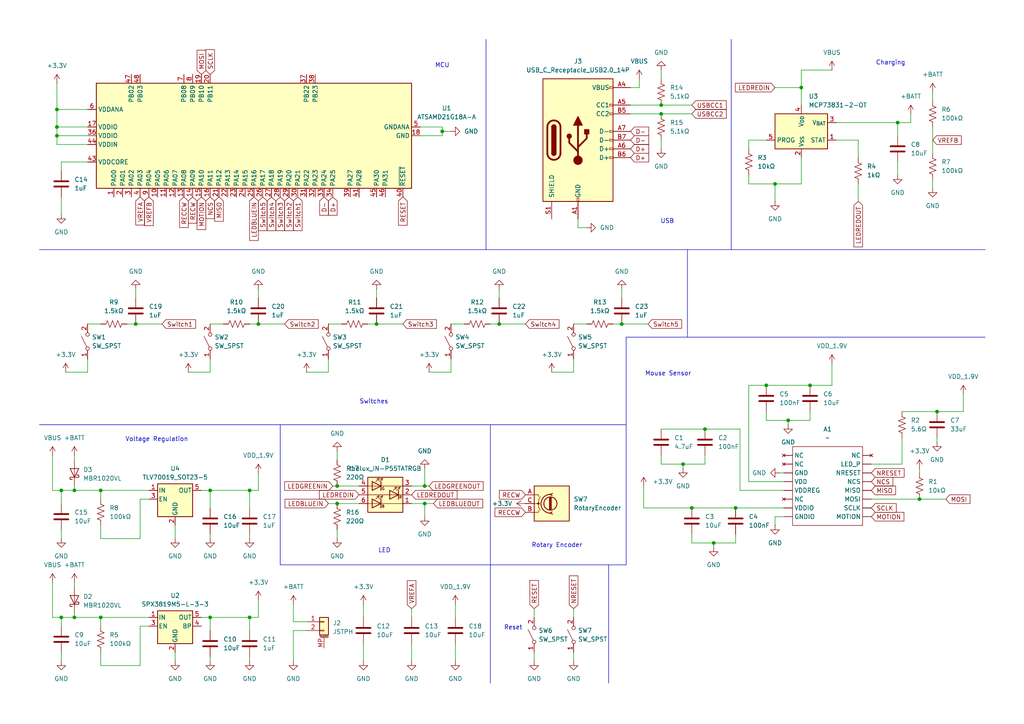
<source format=kicad_sch>
(kicad_sch (version 20250114) (generator "eeschema") (generator_version "9.0")
  (paper "A4")
  (title_block (title "beat") (rev "v1") (company "aerogull"))
  (text "Mouse Sensor" (at 193.802 108.458 0) (effects (font (size 1.27 1.27))))
  (text "LED" (at 111.506 159.766 0) (effects (font (size 1.27 1.27))))
  (text "Reset" (at 148.844 182.118 0) (effects (font (size 1.27 1.27))))
  (text "Voltage Regulation" (at 45.466 127.508 0) (effects (font (size 1.27 1.27))))
  (text "Charging" (at 258.318 18.288 0) (effects (font (size 1.27 1.27))))
  (text "Switches" (at 108.458 116.586 0) (effects (font (size 1.27 1.27))))
  (text "USB" (at 193.548 64.262 0) (effects (font (size 1.27 1.27))))
  (text "MCU" (at 128.27 19.05 0) (effects (font (size 1.27 1.27))))
  (text "Rotary Encoder" (at 161.544 158.242 0) (effects (font (size 1.27 1.27))))
  (junction (at 224.79 53.34))
  (junction (at 29.21 142.24))
  (junction (at 97.79 140.97))
  (junction (at 60.96 142.24))
  (junction (at 207.01 157.48))
  (junction (at 180.34 93.98))
  (junction (at 232.41 25.4))
  (junction (at 39.37 93.98))
  (junction (at 123.19 146.05))
  (junction (at 97.79 146.05))
  (junction (at 144.78 93.98))
  (junction (at 16.51 36.83))
  (junction (at 213.36 147.32))
  (junction (at 16.51 31.75))
  (junction (at 74.93 93.98))
  (junction (at 234.95 111.76))
  (junction (at 72.39 142.24))
  (junction (at 222.25 111.76))
  (junction (at 21.59 179.07))
  (junction (at 200.66 147.32))
  (junction (at 128.27 38.1))
  (junction (at 17.78 179.07))
  (junction (at 191.77 30.48))
  (junction (at 21.59 142.24))
  (junction (at 60.96 179.07))
  (junction (at 72.39 179.07))
  (junction (at 260.35 35.56))
  (junction (at 198.12 134.62))
  (junction (at 191.77 33.02))
  (junction (at 271.78 119.38))
  (junction (at 29.21 179.07))
  (junction (at 123.19 140.97))
  (junction (at 17.78 142.24))
  (junction (at 266.7 144.78))
  (junction (at 204.47 124.46))
  (junction (at 228.6 121.92))
  (junction (at 109.22 93.98))
  (junction (at 16.51 39.37))
  (wire (pts (xy 74.93 83.82) (xy 74.93 86.36)))
  (wire (pts (xy 241.3 105.41) (xy 241.3 111.76)))
  (wire (pts (xy 213.36 147.32) (xy 227.33 147.32)))
  (wire (pts (xy 72.39 154.94) (xy 72.39 156.21)))
  (wire (pts (xy 128.27 39.37) (xy 121.92 39.37)))
  (wire (pts (xy 60.96 104.14) (xy 60.96 107.95)))
  (wire (pts (xy 19.05 107.95) (xy 25.4 107.95)))
  (wire (pts (xy 142.24 93.98) (xy 144.78 93.98)))
  (wire (pts (xy 180.34 83.82) (xy 180.34 86.36)))
  (wire (pts (xy 191.77 124.46) (xy 204.47 124.46)))
  (wire (pts (xy 72.39 179.07) (xy 74.93 179.07)))
  (wire (pts (xy 29.21 142.24) (xy 29.21 144.78)))
  (wire (pts (xy 74.93 173.99) (xy 74.93 179.07)))
  (wire (pts (xy 40.64 181.61) (xy 43.18 181.61)))
  (wire (pts (xy 227.33 139.7) (xy 217.17 139.7)))
  (wire (pts (xy 200.66 147.32) (xy 213.36 147.32)))
  (wire (pts (xy 40.64 156.21) (xy 40.64 144.78)))
  (wire (pts (xy 95.25 104.14) (xy 95.25 107.95)))
  (wire (pts (xy 166.37 176.53) (xy 166.37 179.07)))
  (wire (pts (xy 123.19 140.97) (xy 124.46 140.97)))
  (wire (pts (xy 97.79 140.97) (xy 104.14 140.97)))
  (wire (pts (xy 60.96 179.07) (xy 60.96 182.88)))
  (wire (pts (xy 160.02 107.95) (xy 166.37 107.95)))
  (wire (pts (xy 182.88 33.02) (xy 191.77 33.02)))
  (wire (pts (xy 191.77 20.32) (xy 191.77 22.86)))
  (wire (pts (xy 21.59 179.07) (xy 29.21 179.07)))
  (wire (pts (xy 224.79 149.86) (xy 224.79 152.4)))
  (wire (pts (xy 200.66 157.48) (xy 207.01 157.48)))
  (polyline (pts (xy 212.09 11.43) (xy 212.09 72.39)))
  (wire (pts (xy 154.94 176.53) (xy 154.94 179.07)))
  (wire (pts (xy 74.93 93.98) (xy 82.55 93.98)))
  (wire (pts (xy 177.8 93.98) (xy 180.34 93.98)))
  (wire (pts (xy 21.59 140.97) (xy 21.59 142.24)))
  (wire (pts (xy 279.4 114.3) (xy 279.4 119.38)))
  (wire (pts (xy 72.39 142.24) (xy 74.93 142.24)))
  (wire (pts (xy 58.42 179.07) (xy 60.96 179.07)))
  (wire (pts (xy 95.25 146.05) (xy 97.79 146.05)))
  (wire (pts (xy 16.51 39.37) (xy 25.4 39.37)))
  (wire (pts (xy 271.78 119.38) (xy 279.4 119.38)))
  (wire (pts (xy 15.24 168.91) (xy 15.24 179.07)))
  (wire (pts (xy 60.96 142.24) (xy 72.39 142.24)))
  (polyline (pts (xy 140.97 11.43) (xy 140.97 72.39)))
  (wire (pts (xy 132.08 175.26) (xy 132.08 179.07)))
  (wire (pts (xy 224.79 25.4) (xy 232.41 25.4)))
  (wire (pts (xy 85.09 180.34) (xy 88.9 180.34)))
  (wire (pts (xy 166.37 104.14) (xy 166.37 107.95)))
  (wire (pts (xy 97.79 130.81) (xy 97.79 133.35)))
  (wire (pts (xy 17.78 189.23) (xy 17.78 191.77)))
  (wire (pts (xy 21.59 177.8) (xy 21.59 179.07)))
  (wire (pts (xy 232.41 20.32) (xy 241.3 20.32)))
  (wire (pts (xy 105.41 175.26) (xy 105.41 179.07)))
  (wire (pts (xy 271.78 127) (xy 271.78 128.27)))
  (wire (pts (xy 95.25 93.98) (xy 99.06 93.98)))
  (wire (pts (xy 29.21 142.24) (xy 43.18 142.24)))
  (wire (pts (xy 228.6 121.92) (xy 228.6 123.19)))
  (wire (pts (xy 224.79 53.34) (xy 224.79 58.42)))
  (wire (pts (xy 39.37 93.98) (xy 46.99 93.98)))
  (wire (pts (xy 36.83 93.98) (xy 39.37 93.98)))
  (wire (pts (xy 15.24 132.08) (xy 15.24 142.24)))
  (wire (pts (xy 58.42 142.24) (xy 60.96 142.24)))
  (wire (pts (xy 25.4 104.14) (xy 25.4 107.95)))
  (wire (pts (xy 248.92 53.34) (xy 248.92 58.42)))
  (wire (pts (xy 106.68 93.98) (xy 109.22 93.98)))
  (wire (pts (xy 232.41 25.4) (xy 232.41 20.32)))
  (wire (pts (xy 29.21 156.21) (xy 40.64 156.21)))
  (polyline (pts (xy 81.28 163.83) (xy 142.24 163.83)))
  (wire (pts (xy 167.64 63.5) (xy 167.64 66.04)))
  (wire (pts (xy 60.96 93.98) (xy 64.77 93.98)))
  (wire (pts (xy 17.78 179.07) (xy 17.78 181.61)))
  (wire (pts (xy 17.78 46.99) (xy 17.78 49.53)))
  (wire (pts (xy 21.59 142.24) (xy 29.21 142.24)))
  (wire (pts (xy 128.27 38.1) (xy 130.81 38.1)))
  (wire (pts (xy 16.51 24.13) (xy 16.51 31.75)))
  (wire (pts (xy 17.78 142.24) (xy 21.59 142.24)))
  (wire (pts (xy 72.39 179.07) (xy 72.39 182.88)))
  (wire (pts (xy 16.51 31.75) (xy 25.4 31.75)))
  (wire (pts (xy 248.92 45.72) (xy 248.92 40.64)))
  (wire (pts (xy 85.09 180.34) (xy 85.09 175.26)))
  (wire (pts (xy 29.21 179.07) (xy 43.18 179.07)))
  (wire (pts (xy 132.08 186.69) (xy 132.08 191.77)))
  (wire (pts (xy 97.79 146.05) (xy 104.14 146.05)))
  (wire (pts (xy 123.19 146.05) (xy 125.73 146.05)))
  (wire (pts (xy 222.25 121.92) (xy 228.6 121.92)))
  (wire (pts (xy 17.78 142.24) (xy 17.78 146.05)))
  (wire (pts (xy 124.46 107.95) (xy 130.81 107.95)))
  (wire (pts (xy 180.34 93.98) (xy 187.96 93.98)))
  (wire (pts (xy 222.25 111.76) (xy 234.95 111.76)))
  (wire (pts (xy 222.25 119.38) (xy 222.25 121.92)))
  (wire (pts (xy 21.59 132.08) (xy 21.59 133.35)))
  (wire (pts (xy 40.64 144.78) (xy 43.18 144.78)))
  (wire (pts (xy 16.51 39.37) (xy 16.51 41.91)))
  (wire (pts (xy 234.95 111.76) (xy 241.3 111.76)))
  (polyline (pts (xy 181.61 97.79) (xy 285.75 97.79)))
  (polyline (pts (xy 199.39 72.39) (xy 199.39 97.79)))
  (wire (pts (xy 16.51 36.83) (xy 16.51 39.37)))
  (wire (pts (xy 60.96 142.24) (xy 60.96 147.32)))
  (wire (pts (xy 50.8 152.4) (xy 50.8 156.21)))
  (polyline (pts (xy 181.61 163.83) (xy 181.61 97.79)))
  (polyline (pts (xy 142.24 198.12) (xy 142.24 163.83)))
  (wire (pts (xy 252.73 134.62) (xy 261.62 134.62)))
  (wire (pts (xy 227.33 149.86) (xy 224.79 149.86)))
  (wire (pts (xy 17.78 179.07) (xy 21.59 179.07)))
  (wire (pts (xy 217.17 53.34) (xy 217.17 50.8)))
  (wire (pts (xy 144.78 93.98) (xy 152.4 93.98)))
  (wire (pts (xy 191.77 132.08) (xy 191.77 134.62)))
  (wire (pts (xy 74.93 137.16) (xy 74.93 142.24)))
  (wire (pts (xy 182.88 30.48) (xy 191.77 30.48)))
  (wire (pts (xy 29.21 152.4) (xy 29.21 156.21)))
  (wire (pts (xy 119.38 176.53) (xy 119.38 179.07)))
  (wire (pts (xy 213.36 154.94) (xy 213.36 157.48)))
  (wire (pts (xy 166.37 93.98) (xy 170.18 93.98)))
  (polyline (pts (xy 176.53 163.83) (xy 176.53 198.12)))
  (wire (pts (xy 264.16 35.56) (xy 264.16 33.02)))
  (wire (pts (xy 185.42 25.4) (xy 185.42 22.86)))
  (wire (pts (xy 60.96 154.94) (xy 60.96 156.21)))
  (wire (pts (xy 25.4 46.99) (xy 17.78 46.99)))
  (wire (pts (xy 154.94 189.23) (xy 154.94 191.77)))
  (wire (pts (xy 72.39 93.98) (xy 74.93 93.98)))
  (wire (pts (xy 204.47 134.62) (xy 204.47 132.08)))
  (wire (pts (xy 270.51 26.67) (xy 270.51 29.21)))
  (wire (pts (xy 217.17 139.7) (xy 217.17 111.76)))
  (wire (pts (xy 191.77 134.62) (xy 198.12 134.62)))
  (wire (pts (xy 119.38 186.69) (xy 119.38 191.77)))
  (wire (pts (xy 200.66 154.94) (xy 200.66 157.48)))
  (polyline (pts (xy 142.24 163.83) (xy 181.61 163.83)))
  (wire (pts (xy 260.35 46.99) (xy 260.35 50.8)))
  (wire (pts (xy 191.77 30.48) (xy 200.66 30.48)))
  (wire (pts (xy 16.51 36.83) (xy 25.4 36.83)))
  (wire (pts (xy 97.79 153.67) (xy 97.79 156.21)))
  (wire (pts (xy 186.69 147.32) (xy 200.66 147.32)))
  (polyline (pts (xy 142.24 123.19) (xy 181.61 123.19)))
  (wire (pts (xy 85.09 182.88) (xy 88.9 182.88)))
  (wire (pts (xy 88.9 107.95) (xy 95.25 107.95)))
  (wire (pts (xy 72.39 190.5) (xy 72.39 191.77)))
  (wire (pts (xy 105.41 186.69) (xy 105.41 191.77)))
  (polyline (pts (xy 11.43 72.39) (xy 140.97 72.39)))
  (wire (pts (xy 166.37 189.23) (xy 166.37 191.77)))
  (wire (pts (xy 60.96 179.07) (xy 72.39 179.07)))
  (wire (pts (xy 260.35 35.56) (xy 264.16 35.56)))
  (wire (pts (xy 17.78 57.15) (xy 17.78 62.23)))
  (wire (pts (xy 234.95 121.92) (xy 234.95 119.38)))
  (wire (pts (xy 130.81 93.98) (xy 134.62 93.98)))
  (wire (pts (xy 198.12 134.62) (xy 198.12 135.89)))
  (wire (pts (xy 85.09 182.88) (xy 85.09 191.77)))
  (wire (pts (xy 226.06 137.16) (xy 227.33 137.16)))
  (polyline (pts (xy 81.28 123.19) (xy 142.24 123.19)))
  (wire (pts (xy 214.63 124.46) (xy 204.47 124.46)))
  (wire (pts (xy 217.17 40.64) (xy 217.17 43.18)))
  (wire (pts (xy 232.41 53.34) (xy 224.79 53.34)))
  (wire (pts (xy 214.63 142.24) (xy 214.63 124.46)))
  (wire (pts (xy 242.57 35.56) (xy 260.35 35.56)))
  (wire (pts (xy 123.19 135.89) (xy 123.19 140.97)))
  (wire (pts (xy 29.21 179.07) (xy 29.21 181.61)))
  (wire (pts (xy 144.78 83.82) (xy 144.78 86.36)))
  (wire (pts (xy 40.64 193.04) (xy 40.64 181.61)))
  (wire (pts (xy 261.62 119.38) (xy 271.78 119.38)))
  (wire (pts (xy 222.25 40.64) (xy 217.17 40.64)))
  (wire (pts (xy 232.41 30.48) (xy 232.41 25.4)))
  (wire (pts (xy 224.79 53.34) (xy 217.17 53.34)))
  (polyline (pts (xy 140.97 72.39) (xy 285.75 72.39)))
  (wire (pts (xy 191.77 40.64) (xy 191.77 43.18)))
  (wire (pts (xy 227.33 142.24) (xy 214.63 142.24)))
  (wire (pts (xy 39.37 83.82) (xy 39.37 86.36)))
  (wire (pts (xy 260.35 35.56) (xy 260.35 39.37)))
  (wire (pts (xy 123.19 146.05) (xy 123.19 149.86)))
  (wire (pts (xy 191.77 33.02) (xy 200.66 33.02)))
  (wire (pts (xy 17.78 153.67) (xy 17.78 156.21)))
  (wire (pts (xy 16.51 31.75) (xy 16.51 36.83)))
  (wire (pts (xy 25.4 41.91) (xy 16.51 41.91)))
  (wire (pts (xy 167.64 66.04) (xy 170.18 66.04)))
  (wire (pts (xy 54.61 107.95) (xy 60.96 107.95)))
  (wire (pts (xy 130.81 104.14) (xy 130.81 107.95)))
  (wire (pts (xy 109.22 83.82) (xy 109.22 86.36)))
  (wire (pts (xy 50.8 189.23) (xy 50.8 191.77)))
  (wire (pts (xy 232.41 45.72) (xy 232.41 53.34)))
  (wire (pts (xy 182.88 25.4) (xy 185.42 25.4)))
  (wire (pts (xy 119.38 146.05) (xy 123.19 146.05)))
  (wire (pts (xy 261.62 127) (xy 261.62 134.62)))
  (wire (pts (xy 248.92 40.64) (xy 242.57 40.64)))
  (wire (pts (xy 217.17 111.76) (xy 222.25 111.76)))
  (wire (pts (xy 60.96 190.5) (xy 60.96 191.77)))
  (wire (pts (xy 207.01 157.48) (xy 213.36 157.48)))
  (wire (pts (xy 29.21 189.23) (xy 29.21 193.04)))
  (wire (pts (xy 119.38 140.97) (xy 123.19 140.97)))
  (wire (pts (xy 128.27 38.1) (xy 128.27 39.37)))
  (wire (pts (xy 198.12 134.62) (xy 204.47 134.62)))
  (wire (pts (xy 270.51 36.83) (xy 270.51 44.45)))
  (wire (pts (xy 109.22 93.98) (xy 116.84 93.98)))
  (wire (pts (xy 207.01 157.48) (xy 207.01 158.75)))
  (polyline (pts (xy 81.28 123.19) (xy 81.28 163.83)))
  (wire (pts (xy 25.4 93.98) (xy 29.21 93.98)))
  (wire (pts (xy 15.24 142.24) (xy 17.78 142.24)))
  (wire (pts (xy 266.7 144.78) (xy 274.32 144.78)))
  (wire (pts (xy 228.6 121.92) (xy 234.95 121.92)))
  (wire (pts (xy 29.21 193.04) (xy 40.64 193.04)))
  (polyline (pts (xy 142.24 123.19) (xy 142.24 163.83)))
  (wire (pts (xy 128.27 36.83) (xy 128.27 38.1)))
  (wire (pts (xy 270.51 52.07) (xy 270.51 54.61)))
  (polyline (pts (xy 11.43 123.19) (xy 81.28 123.19)))
  (wire (pts (xy 266.7 135.89) (xy 266.7 137.16)))
  (wire (pts (xy 21.59 170.18) (xy 21.59 168.91)))
  (wire (pts (xy 15.24 179.07) (xy 17.78 179.07)))
  (wire (pts (xy 72.39 142.24) (xy 72.39 147.32)))
  (wire (pts (xy 96.52 140.97) (xy 97.79 140.97)))
  (wire (pts (xy 186.69 140.97) (xy 186.69 147.32)))
  (wire (pts (xy 252.73 144.78) (xy 266.7 144.78)))
  (wire (pts (xy 121.92 36.83) (xy 128.27 36.83)))
  (global_label "D-" (shape input) (at 182.88 40.64 0) (property "Intersheetrefs" "${INTERSHEET_REFS}" (effects (hide yes))))
  (global_label "LEDREDIN" (shape input) (at 224.79 25.4 180) (property "Intersheetrefs" "${INTERSHEET_REFS}" (effects (hide yes))))
  (global_label "LEDGREENIN" (shape input) (at 96.52 140.97 180) (property "Intersheetrefs" "${INTERSHEET_REFS}" (effects (hide yes))))
  (global_label "D-" (shape input) (at 93.98 57.15 270) (property "Intersheetrefs" "${INTERSHEET_REFS}" (effects (hide yes))))
  (global_label "LEDREDOUT" (shape input) (at 119.38 143.51 0) (property "Intersheetrefs" "${INTERSHEET_REFS}" (effects (hide yes))))
  (global_label "D+" (shape input) (at 182.88 43.18 0) (property "Intersheetrefs" "${INTERSHEET_REFS}" (effects (hide yes))))
  (global_label "NCS" (shape input) (at 60.96 57.15 270) (property "Intersheetrefs" "${INTERSHEET_REFS}" (effects (hide yes))))
  (global_label "LEDREDOUT" (shape input) (at 248.92 58.42 270) (property "Intersheetrefs" "${INTERSHEET_REFS}" (effects (hide yes))))
  (global_label "Switch4" (shape input) (at 152.4 93.98 0) (property "Intersheetrefs" "${INTERSHEET_REFS}" (effects (hide yes))))
  (global_label "SCLK" (shape input) (at 60.96 21.59 90) (property "Intersheetrefs" "${INTERSHEET_REFS}" (effects (hide yes))))
  (global_label "NRESET" (shape input) (at 166.37 176.53 90) (property "Intersheetrefs" "${INTERSHEET_REFS}" (effects (hide yes))))
  (global_label "Switch2" (shape input) (at 82.55 93.98 0) (property "Intersheetrefs" "${INTERSHEET_REFS}" (effects (hide yes))))
  (global_label "NRESET" (shape input) (at 252.73 137.16 0) (property "Intersheetrefs" "${INTERSHEET_REFS}" (effects (hide yes))))
  (global_label "Switch5" (shape input) (at 76.2 57.15 270) (property "Intersheetrefs" "${INTERSHEET_REFS}" (effects (hide yes))))
  (global_label "D+" (shape input) (at 182.88 45.72 0) (property "Intersheetrefs" "${INTERSHEET_REFS}" (effects (hide yes))))
  (global_label "Switch1" (shape input) (at 46.99 93.98 0) (property "Intersheetrefs" "${INTERSHEET_REFS}" (effects (hide yes))))
  (global_label "VREFB" (shape input) (at 270.51 40.64 0) (property "Intersheetrefs" "${INTERSHEET_REFS}" (effects (hide yes))))
  (global_label "MOTION" (shape input) (at 252.73 149.86 0) (property "Intersheetrefs" "${INTERSHEET_REFS}" (effects (hide yes))))
  (global_label "VREFB" (shape input) (at 43.18 57.15 270) (property "Intersheetrefs" "${INTERSHEET_REFS}" (effects (hide yes))))
  (global_label "MOTION" (shape input) (at 58.42 57.15 270) (property "Intersheetrefs" "${INTERSHEET_REFS}" (effects (hide yes))))
  (global_label "VREFA" (shape input) (at 40.64 57.15 270) (property "Intersheetrefs" "${INTERSHEET_REFS}" (effects (hide yes))))
  (global_label "NCS" (shape input) (at 252.73 139.7 0) (property "Intersheetrefs" "${INTERSHEET_REFS}" (effects (hide yes))))
  (global_label "USBCC1" (shape input) (at 200.66 30.48 0) (property "Intersheetrefs" "${INTERSHEET_REFS}" (effects (hide yes))))
  (global_label "RECW" (shape input) (at 152.4 143.51 180) (property "Intersheetrefs" "${INTERSHEET_REFS}" (effects (hide yes))))
  (global_label "MISO" (shape input) (at 252.73 142.24 0) (property "Intersheetrefs" "${INTERSHEET_REFS}" (effects (hide yes))))
  (global_label "MOSI" (shape input) (at 274.32 144.78 0) (property "Intersheetrefs" "${INTERSHEET_REFS}" (effects (hide yes))))
  (global_label "MISO" (shape input) (at 63.5 57.15 270) (property "Intersheetrefs" "${INTERSHEET_REFS}" (effects (hide yes))))
  (global_label "RECW" (shape input) (at 55.88 57.15 270) (property "Intersheetrefs" "${INTERSHEET_REFS}" (effects (hide yes))))
  (global_label "LEDBLUEIN" (shape input) (at 95.25 146.05 180) (property "Intersheetrefs" "${INTERSHEET_REFS}" (effects (hide yes))))
  (global_label "SCLK" (shape input) (at 252.73 147.32 0) (property "Intersheetrefs" "${INTERSHEET_REFS}" (effects (hide yes))))
  (global_label "LEDGREENOUT" (shape input) (at 124.46 140.97 0) (property "Intersheetrefs" "${INTERSHEET_REFS}" (effects (hide yes))))
  (global_label "LEDBLUEOUT" (shape input) (at 125.73 146.05 0) (property "Intersheetrefs" "${INTERSHEET_REFS}" (effects (hide yes))))
  (global_label "LEDREDIN" (shape input) (at 104.14 143.51 180) (property "Intersheetrefs" "${INTERSHEET_REFS}" (effects (hide yes))))
  (global_label "RESET" (shape input) (at 116.84 57.15 270) (property "Intersheetrefs" "${INTERSHEET_REFS}" (effects (hide yes))))
  (global_label "USBCC2" (shape input) (at 200.66 33.02 0) (property "Intersheetrefs" "${INTERSHEET_REFS}" (effects (hide yes))))
  (global_label "Switch1" (shape input) (at 86.36 57.15 270) (property "Intersheetrefs" "${INTERSHEET_REFS}" (effects (hide yes))))
  (global_label "D-" (shape input) (at 182.88 38.1 0) (property "Intersheetrefs" "${INTERSHEET_REFS}" (effects (hide yes))))
  (global_label "RECCW" (shape input) (at 152.4 148.59 180) (property "Intersheetrefs" "${INTERSHEET_REFS}" (effects (hide yes))))
  (global_label "VREFA" (shape input) (at 119.38 176.53 90) (property "Intersheetrefs" "${INTERSHEET_REFS}" (effects (hide yes))))
  (global_label "Switch3" (shape input) (at 81.28 57.15 270) (property "Intersheetrefs" "${INTERSHEET_REFS}" (effects (hide yes))))
  (global_label "Switch5" (shape input) (at 187.96 93.98 0) (property "Intersheetrefs" "${INTERSHEET_REFS}" (effects (hide yes))))
  (global_label "Switch3" (shape input) (at 116.84 93.98 0) (property "Intersheetrefs" "${INTERSHEET_REFS}" (effects (hide yes))))
  (global_label "RECCW" (shape input) (at 53.34 57.15 270) (property "Intersheetrefs" "${INTERSHEET_REFS}" (effects (hide yes))))
  (global_label "MOSI" (shape input) (at 58.42 21.59 90) (property "Intersheetrefs" "${INTERSHEET_REFS}" (effects (hide yes))))
  (global_label "RESET" (shape input) (at 154.94 176.53 90) (property "Intersheetrefs" "${INTERSHEET_REFS}" (effects (hide yes))))
  (global_label "LEDBLUEIN" (shape input) (at 73.66 57.15 270) (property "Intersheetrefs" "${INTERSHEET_REFS}" (effects (hide yes))))
  (global_label "Switch4" (shape input) (at 78.74 57.15 270) (property "Intersheetrefs" "${INTERSHEET_REFS}" (effects (hide yes))))
  (global_label "D+" (shape input) (at 96.52 57.15 270) (property "Intersheetrefs" "${INTERSHEET_REFS}" (effects (hide yes))))
  (global_label "Switch2" (shape input) (at 83.82 57.15 270) (property "Intersheetrefs" "${INTERSHEET_REFS}" (effects (hide yes))))
  (symbol (lib_id "power:+BATT") (at 21.59 132.08 0) (unit 1)
    (property "Reference" "#PWR037" (effects (hide yes)))
    (property "Value" "+BATT" (at 21.59 127 0))
    (property "Description" "Power symbol creates a global label with name \"+BATT\"" (effects (hide yes)))
  )
  (symbol (lib_id "Connector_Generic_MountingPin:Conn_01x02_MountingPin") (at 93.98 180.34 0) (unit 1)
    (property "Reference" "J2" (at 96.52 180.6955 0) (effects (justify left)))
    (property "Value" "JSTPH" (at 96.52 183.2355 0) (effects (justify left)))
    (property "Description" "Generic connectable mounting pin connector, single row, 01x02, script generated (kicad-library-utils/schlib/autogen/connector/)" (effects (hide yes)))
  )
  (symbol (lib_id "Device:R_US") (at 173.99 93.98 90) (unit 1)
    (property "Reference" "R13" (at 173.99 87.63 90))
    (property "Value" "1.5kΩ" (at 173.99 90.17 90))
    (property "Description" "Resistor, US symbol" (effects (hide yes)))
  )
  (symbol (lib_id "power:GND") (at 191.77 43.18 0) (unit 1)
    (property "Reference" "#PWR057" (effects (hide yes)))
    (property "Value" "GND" (at 191.77 48.26 0))
    (property "Description" "Power symbol creates a global label with name \"GND\" , ground" (effects (hide yes)))
  )
  (symbol (lib_id "power:GND") (at 60.96 156.21 0) (unit 1)
    (property "Reference" "#PWR038" (effects (hide yes)))
    (property "Value" "GND" (at 60.96 161.29 0))
    (property "Description" "Power symbol creates a global label with name \"GND\" , ground" (effects (hide yes)))
  )
  (symbol (lib_id "Device:C") (at 72.39 151.13 0) (unit 1)
    (property "Reference" "C17" (at 76.2 149.8599 0) (effects (justify left)))
    (property "Value" "1uF" (at 76.2 152.3999 0) (effects (justify left)))
    (property "Description" "Unpolarized capacitor" (effects (hide yes)))
  )
  (symbol (lib_id "power:+BATT") (at 270.51 26.67 0) (unit 1)
    (property "Reference" "#PWR031" (effects (hide yes)))
    (property "Value" "+BATT" (at 270.51 21.59 0))
    (property "Description" "Power symbol creates a global label with name \"+BATT\"" (effects (hide yes)))
  )
  (symbol (lib_id "power:GND") (at 154.94 191.77 0) (unit 1)
    (property "Reference" "#PWR029" (effects (hide yes)))
    (property "Value" "GND" (at 154.94 196.85 0))
    (property "Description" "Power symbol creates a global label with name \"GND\" , ground" (effects (hide yes)))
  )
  (symbol (lib_id "Device:C") (at 222.25 115.57 0) (unit 1)
    (property "Reference" "C5" (at 226.06 114.2999 0) (effects (justify left)))
    (property "Value" "100nF" (at 226.06 116.8399 0) (effects (justify left)))
    (property "Description" "Unpolarized capacitor" (effects (hide yes)))
  )
  (symbol (lib_id "Regulator_Linear:TLV70019_SOT23-5") (at 50.8 144.78 0) (unit 1)
    (property "Reference" "U4" (at 50.8 135.89 0))
    (property "Value" "TLV70019_SOT23-5" (at 50.8 138.43 0))
    (property "Footprint" "Package_TO_SOT_SMD:SOT-23-5" (effects (hide yes)))
    (property "Datasheet" "http://www.ti.com/lit/ds/symlink/tlv700.pdf" (effects (hide yes)))
    (property "Description" "200mA Low Dropout Voltage Regulator, Fixed Output 1.9V, SOT-23-5" (effects (hide yes)))
  )
  (symbol (lib_id "Device:R_US") (at 270.51 48.26 180) (unit 1)
    (property "Reference" "R7" (at 273.05 46.9899 0) (effects (justify right)))
    (property "Value" "100kΩ" (at 273.05 49.5299 0) (effects (justify right)))
    (property "Description" "Resistor, US symbol" (effects (hide yes)))
  )
  (symbol (lib_id "Switch:SW_SPST") (at 95.25 99.06 90) (unit 1)
    (property "Reference" "SW3" (at 96.52 97.7899 90) (effects (justify right)))
    (property "Value" "SW_SPST" (at 96.52 100.3299 90) (effects (justify right)))
    (property "Description" "Single Pole Single Throw (SPST) switch" (effects (hide yes)))
  )
  (symbol (lib_id "Switch:SW_SPST") (at 130.81 99.06 90) (unit 1)
    (property "Reference" "SW4" (at 132.08 97.7899 90) (effects (justify right)))
    (property "Value" "SW_SPST" (at 132.08 100.3299 90) (effects (justify right)))
    (property "Description" "Single Pole Single Throw (SPST) switch" (effects (hide yes)))
  )
  (symbol (lib_id "Device:C") (at 144.78 90.17 0) (unit 1)
    (property "Reference" "C22" (at 148.59 88.8999 0) (effects (justify left)))
    (property "Value" "1uF" (at 148.59 91.4399 0) (effects (justify left)))
    (property "Description" "Unpolarized capacitor" (effects (hide yes)))
  )
  (symbol (lib_id "MCU_Microchip_SAMD:ATSAMD21G18A-A") (at 73.66 39.37 90) (unit 1)
    (property "Reference" "U1" (at 129.54 31.3846 90))
    (property "Value" "ATSAMD21G18A-A" (at 129.54 33.9246 90))
    (property "Footprint" "Package_QFP:TQFP-48_7x7mm_P0.5mm" (effects (hide yes)))
    (property "Datasheet" "http://ww1.microchip.com/downloads/en/DeviceDoc/SAM_D21_DA1_Family_Data%20Sheet_DS40001882E.pdf" (effects (hide yes)))
    (property "Description" "SAM D21 Microchip SMART ARM-based Flash MCU, 48Mhz, 256K Flash, 32K SRAM, TQFP-48" (effects (hide yes)))
  )
  (symbol (lib_id "custom-mouse-symbols:PAW3395") (at 240.03 142.24 0) (unit 1)
    (property "Reference" "A1" (at 240.03 124.46 0))
    (property "Value" "~" (at 240.03 127 0))
  )
  (symbol (lib_id "Device:C") (at 105.41 182.88 0) (unit 1)
    (property "Reference" "C12" (at 109.22 181.6099 0) (effects (justify left)))
    (property "Value" "10uF" (at 109.22 184.1499 0) (effects (justify left)))
    (property "Description" "Unpolarized capacitor" (effects (hide yes)))
  )
  (symbol (lib_id "power:GND") (at 74.93 83.82 180) (unit 1)
    (property "Reference" "#PWR047" (effects (hide yes)))
    (property "Value" "GND" (at 74.93 78.74 0))
    (property "Description" "Power symbol creates a global label with name \"GND\" , ground" (effects (hide yes)))
  )
  (symbol (lib_id "power:+3.3V") (at 88.9 107.95 0) (unit 1)
    (property "Reference" "#PWR048" (effects (hide yes)))
    (property "Value" "+3.3V" (at 88.9 102.87 0))
    (property "Description" "Power symbol creates a global label with name \"+3.3V\"" (effects (hide yes)))
  )
  (symbol (lib_id "power:+3.3V") (at 105.41 175.26 0) (unit 1)
    (property "Reference" "#PWR027" (effects (hide yes)))
    (property "Value" "+3.3V" (at 105.41 170.18 0))
    (property "Description" "Power symbol creates a global label with name \"+3.3V\"" (effects (hide yes)))
  )
  (symbol (lib_id "Device:R_US") (at 68.58 93.98 90) (unit 1)
    (property "Reference" "R10" (at 68.58 87.63 90))
    (property "Value" "1.5kΩ" (at 68.58 90.17 90))
    (property "Description" "Resistor, US symbol" (effects (hide yes)))
  )
  (symbol (lib_id "Device:C") (at 17.78 53.34 0) (unit 1)
    (property "Reference" "C14" (at 21.59 52.0699 0) (effects (justify left)))
    (property "Value" "1uF" (at 21.59 54.6099 0) (effects (justify left)))
    (property "Description" "Unpolarized capacitor" (effects (hide yes)))
  )
  (symbol (lib_id "Device:C") (at 60.96 186.69 0) (unit 1)
    (property "Reference" "C10" (at 64.77 185.4199 0) (effects (justify left)))
    (property "Value" "10uF" (at 64.77 187.9599 0) (effects (justify left)))
    (property "Description" "Unpolarized capacitor" (effects (hide yes)))
  )
  (symbol (lib_id "Device:C") (at 72.39 186.69 0) (unit 1)
    (property "Reference" "C11" (at 76.2 185.4199 0) (effects (justify left)))
    (property "Value" "1uF" (at 76.2 187.9599 0) (effects (justify left)))
    (property "Description" "Unpolarized capacitor" (effects (hide yes)))
  )
  (symbol (lib_id "Connector:USB_C_Receptacle_USB2.0_14P") (at 167.64 40.64 0) (unit 1)
    (property "Reference" "J3" (at 167.64 17.78 0))
    (property "Value" "USB_C_Receptacle_USB2.0_14P" (at 167.64 20.32 0))
    (property "Datasheet" "https://www.usb.org/sites/default/files/documents/usb_type-c.zip" (effects (hide yes)))
    (property "Description" "USB 2.0-only 14P Type-C Receptacle connector" (effects (hide yes)))
  )
  (symbol (lib_id "power:GND") (at 144.78 83.82 180) (unit 1)
    (property "Reference" "#PWR051" (effects (hide yes)))
    (property "Value" "GND" (at 144.78 78.74 0))
    (property "Description" "Power symbol creates a global label with name \"GND\" , ground" (effects (hide yes)))
  )
  (symbol (lib_id "Device:R_US") (at 191.77 36.83 180) (unit 1)
    (property "Reference" "R15" (at 194.31 35.5599 0) (effects (justify right)))
    (property "Value" "5.1kΩ" (at 194.31 38.0999 0) (effects (justify right)))
    (property "Description" "Resistor, US symbol" (effects (hide yes)))
  )
  (symbol (lib_id "power:GND") (at 260.35 50.8 0) (unit 1)
    (property "Reference" "#PWR016" (effects (hide yes)))
    (property "Value" "GND" (at 260.35 55.88 0))
    (property "Description" "Power symbol creates a global label with name \"GND\" , ground" (effects (hide yes)))
  )
  (symbol (lib_id "Device:R_US") (at 266.7 140.97 0) (unit 1)
    (property "Reference" "R1" (at 269.24 139.6999 0) (effects (justify left)))
    (property "Value" "10kΩ" (at 269.24 142.2399 0) (effects (justify left)))
    (property "Description" "Resistor, US symbol" (effects (hide yes)))
  )
  (symbol (lib_id "power:VBUS") (at 185.42 22.86 0) (unit 1)
    (property "Reference" "#PWR056" (effects (hide yes)))
    (property "Value" "VBUS" (at 185.42 17.78 0))
    (property "Description" "Power symbol creates a global label with name \"VBUS\"" (effects (hide yes)))
  )
  (symbol (lib_id "Switch:SW_SPST") (at 25.4 99.06 90) (unit 1)
    (property "Reference" "SW1" (at 26.67 97.7899 90) (effects (justify right)))
    (property "Value" "SW_SPST" (at 26.67 100.3299 90) (effects (justify right)))
    (property "Description" "Single Pole Single Throw (SPST) switch" (effects (hide yes)))
  )
  (symbol (lib_id "power:+3.3V") (at 124.46 107.95 0) (unit 1)
    (property "Reference" "#PWR050" (effects (hide yes)))
    (property "Value" "+3.3V" (at 124.46 102.87 0))
    (property "Description" "Power symbol creates a global label with name \"+3.3V\"" (effects (hide yes)))
  )
  (symbol (lib_id "power:VDD") (at 132.08 175.26 0) (unit 1)
    (property "Reference" "#PWR042" (effects (hide yes)))
    (property "Value" "VDD_1.9V" (at 132.08 170.18 0))
    (property "Description" "Power symbol creates a global label with name \"VDD\"" (effects (hide yes)))
  )
  (symbol (lib_id "power:GND") (at 170.18 66.04 90) (unit 1)
    (property "Reference" "#PWR055" (effects (hide yes)))
    (property "Value" "GND" (at 173.99 66.0399 90) (effects (justify right)))
    (property "Description" "Power symbol creates a global label with name \"GND\" , ground" (effects (hide yes)))
  )
  (symbol (lib_id "Device:R_US") (at 97.79 137.16 180) (unit 1)
    (property "Reference" "R17" (at 100.33 135.8899 0) (effects (justify right)))
    (property "Value" "220Ω" (at 100.33 138.4299 0) (effects (justify right)))
    (property "Description" "Resistor, US symbol" (effects (hide yes)))
  )
  (symbol (lib_id "Diode:MBR1020VL") (at 21.59 173.99 90) (unit 1)
    (property "Reference" "D2" (at 24.13 173.0374 90) (effects (justify right)))
    (property "Value" "MBR1020VL" (at 24.13 175.5774 90) (effects (justify right)))
    (property "Footprint" "Diode_SMD:D_SOD-123F" (effects (hide yes)))
    (property "Datasheet" "https://www.onsemi.com/pub/Collateral/MBR1020VL-D.PDF" (effects (hide yes)))
    (property "Description" "20V, 1A, 340 mV, Schottky Diode Rectifier, SOD-123F" (effects (hide yes)))
  )
  (symbol (lib_id "power:GND") (at 17.78 191.77 0) (unit 1)
    (property "Reference" "#PWR019" (effects (hide yes)))
    (property "Value" "GND" (at 17.78 196.85 0))
    (property "Description" "Power symbol creates a global label with name \"GND\" , ground" (effects (hide yes)))
  )
  (symbol (lib_id "power:GND") (at 207.01 158.75 0) (unit 1)
    (property "Reference" "#PWR04" (effects (hide yes)))
    (property "Value" "GND" (at 207.01 163.83 0))
    (property "Description" "Power symbol creates a global label with name \"GND\" , ground" (effects (hide yes)))
  )
  (symbol (lib_id "Device:C") (at 234.95 115.57 0) (unit 1)
    (property "Reference" "C6" (at 238.76 114.2999 0) (effects (justify left)))
    (property "Value" "10uF" (at 238.76 116.8399 0) (effects (justify left)))
    (property "Description" "Unpolarized capacitor" (effects (hide yes)))
  )
  (symbol (lib_id "power:+3.3V") (at 152.4 146.05 90) (unit 1)
    (property "Reference" "#PWR054" (effects (hide yes)))
    (property "Value" "+3.3V" (at 148.59 146.0499 90) (effects (justify left)))
    (property "Description" "Power symbol creates a global label with name \"+3.3V\"" (effects (hide yes)))
  )
  (symbol (lib_id "power:+3.3V") (at 54.61 107.95 0) (unit 1)
    (property "Reference" "#PWR046" (effects (hide yes)))
    (property "Value" "+3.3V" (at 54.61 102.87 0))
    (property "Description" "Power symbol creates a global label with name \"+3.3V\"" (effects (hide yes)))
  )
  (symbol (lib_id "power:GND") (at 97.79 156.21 0) (unit 1)
    (property "Reference" "#PWR012" (effects (hide yes)))
    (property "Value" "GND" (at 97.79 161.29 0))
    (property "Description" "Power symbol creates a global label with name \"GND\" , ground" (effects (hide yes)))
  )
  (symbol (lib_id "power:GND") (at 105.41 191.77 0) (unit 1)
    (property "Reference" "#PWR026" (effects (hide yes)))
    (property "Value" "GND" (at 105.41 196.85 0))
    (property "Description" "Power symbol creates a global label with name \"GND\" , ground" (effects (hide yes)))
  )
  (symbol (lib_id "Device:RotaryEncoder") (at 160.02 146.05 0) (unit 1)
    (property "Reference" "SW7" (at 166.37 144.7799 0) (effects (justify left)))
    (property "Value" "RotaryEncoder" (at 166.37 147.3199 0) (effects (justify left)))
    (property "Description" "Rotary encoder, dual channel, incremental quadrate outputs" (effects (hide yes)))
  )
  (symbol (lib_id "power:VDD") (at 74.93 137.16 0) (unit 1)
    (property "Reference" "#PWR041" (effects (hide yes)))
    (property "Value" "VDD_1.9V" (at 74.93 132.08 0))
    (property "Description" "Power symbol creates a global label with name \"VDD\"" (effects (hide yes)))
  )
  (symbol (lib_id "power:GND") (at 97.79 130.81 180) (unit 1)
    (property "Reference" "#PWR061" (effects (hide yes)))
    (property "Value" "GND" (at 97.79 125.73 0))
    (property "Description" "Power symbol creates a global label with name \"GND\" , ground" (effects (hide yes)))
  )
  (symbol (lib_id "Device:R_US") (at 29.21 148.59 0) (unit 1)
    (property "Reference" "R8" (at 31.75 147.3199 0) (effects (justify left)))
    (property "Value" "100kΩ" (at 31.75 149.8599 0) (effects (justify left)))
    (property "Description" "Resistor, US symbol" (effects (hide yes)))
  )
  (symbol (lib_id "power:GND") (at 109.22 83.82 180) (unit 1)
    (property "Reference" "#PWR049" (effects (hide yes)))
    (property "Value" "GND" (at 109.22 78.74 0))
    (property "Description" "Power symbol creates a global label with name \"GND\" , ground" (effects (hide yes)))
  )
  (symbol (lib_id "Device:R_US") (at 261.62 123.19 0) (unit 1)
    (property "Reference" "R2" (at 264.16 121.9199 0) (effects (justify left)))
    (property "Value" "5.6Ω" (at 264.16 124.4599 0) (effects (justify left)))
    (property "Description" "Resistor, US symbol" (effects (hide yes)))
  )
  (symbol (lib_id "power:GND") (at 191.77 20.32 180) (unit 1)
    (property "Reference" "#PWR058" (effects (hide yes)))
    (property "Value" "GND" (at 191.77 15.24 0))
    (property "Description" "Power symbol creates a global label with name \"GND\" , ground" (effects (hide yes)))
  )
  (symbol (lib_id "power:+3.3V") (at 19.05 107.95 0) (unit 1)
    (property "Reference" "#PWR045" (effects (hide yes)))
    (property "Value" "+3.3V" (at 19.05 102.87 0))
    (property "Description" "Power symbol creates a global label with name \"+3.3V\"" (effects (hide yes)))
  )
  (symbol (lib_id "power:GND") (at 166.37 191.77 0) (unit 1)
    (property "Reference" "#PWR011" (effects (hide yes)))
    (property "Value" "GND" (at 166.37 196.85 0))
    (property "Description" "Power symbol creates a global label with name \"GND\" , ground" (effects (hide yes)))
  )
  (symbol (lib_id "power:VDD") (at 241.3 105.41 0) (unit 1)
    (property "Reference" "#PWR09" (effects (hide yes)))
    (property "Value" "VDD_1.9V" (at 241.3 100.33 0))
    (property "Description" "Power symbol creates a global label with name \"VDD\"" (effects (hide yes)))
  )
  (symbol (lib_id "power:GND") (at 226.06 137.16 270) (unit 1)
    (property "Reference" "#PWR01" (effects (hide yes)))
    (property "Value" "GND" (at 222.25 137.1599 90) (effects (justify right)))
    (property "Description" "Power symbol creates a global label with name \"GND\" , ground" (effects (hide yes)))
  )
  (symbol (lib_id "power:GND") (at 270.51 54.61 0) (unit 1)
    (property "Reference" "#PWR030" (effects (hide yes)))
    (property "Value" "GND" (at 270.51 59.69 0))
    (property "Description" "Power symbol creates a global label with name \"GND\" , ground" (effects (hide yes)))
  )
  (symbol (lib_id "Device:C") (at 39.37 90.17 0) (unit 1)
    (property "Reference" "C19" (at 43.18 88.8999 0) (effects (justify left)))
    (property "Value" "1uF" (at 43.18 91.4399 0) (effects (justify left)))
    (property "Description" "Unpolarized capacitor" (effects (hide yes)))
  )
  (symbol (lib_id "power:VBUS") (at 15.24 132.08 0) (unit 1)
    (property "Reference" "#PWR035" (effects (hide yes)))
    (property "Value" "VBUS" (at 15.24 127 0))
    (property "Description" "Power symbol creates a global label with name \"VBUS\"" (effects (hide yes)))
  )
  (symbol (lib_id "power:GND") (at 132.08 191.77 0) (unit 1)
    (property "Reference" "#PWR043" (effects (hide yes)))
    (property "Value" "GND" (at 132.08 196.85 0))
    (property "Description" "Power symbol creates a global label with name \"GND\" , ground" (effects (hide yes)))
  )
  (symbol (lib_id "power:GND") (at 119.38 191.77 0) (unit 1)
    (property "Reference" "#PWR028" (effects (hide yes)))
    (property "Value" "GND" (at 119.38 196.85 0))
    (property "Description" "Power symbol creates a global label with name \"GND\" , ground" (effects (hide yes)))
  )
  (symbol (lib_id "Device:C") (at 271.78 123.19 0) (unit 1)
    (property "Reference" "C7" (at 275.59 121.9199 0) (effects (justify left)))
    (property "Value" "33uF" (at 275.59 124.4599 0) (effects (justify left)))
    (property "Description" "Unpolarized capacitor" (effects (hide yes)))
  )
  (symbol (lib_id "power:GND") (at 123.19 135.89 180) (unit 1)
    (property "Reference" "#PWR060" (effects (hide yes)))
    (property "Value" "GND" (at 123.19 130.81 0))
    (property "Description" "Power symbol creates a global label with name \"GND\" , ground" (effects (hide yes)))
  )
  (symbol (lib_id "Device:C") (at 17.78 149.86 0) (unit 1)
    (property "Reference" "C15" (at 21.59 148.5899 0) (effects (justify left)))
    (property "Value" "10uF" (at 21.59 151.1299 0) (effects (justify left)))
    (property "Description" "Unpolarized capacitor" (effects (hide yes)))
  )
  (symbol (lib_id "Device:C") (at 132.08 182.88 0) (unit 1)
    (property "Reference" "C18" (at 135.89 181.6099 0) (effects (justify left)))
    (property "Value" "10uF" (at 135.89 184.1499 0) (effects (justify left)))
    (property "Description" "Unpolarized capacitor" (effects (hide yes)))
  )
  (symbol (lib_id "power:VBUS") (at 241.3 20.32 0) (unit 1)
    (property "Reference" "#PWR014" (effects (hide yes)))
    (property "Value" "VBUS" (at 241.3 15.24 0))
    (property "Description" "Power symbol creates a global label with name \"VBUS\"" (effects (hide yes)))
  )
  (symbol (lib_id "Device:R_US") (at 191.77 26.67 180) (unit 1)
    (property "Reference" "R14" (at 194.31 25.3999 0) (effects (justify right)))
    (property "Value" "5.1kΩ" (at 194.31 27.9399 0) (effects (justify right)))
    (property "Description" "Resistor, US symbol" (effects (hide yes)))
  )
  (symbol (lib_id "Device:C") (at 213.36 151.13 0) (unit 1)
    (property "Reference" "C4" (at 217.17 149.8599 0) (effects (justify left)))
    (property "Value" "100nF" (at 217.17 152.3999 0) (effects (justify left)))
    (property "Description" "Unpolarized capacitor" (effects (hide yes)))
  )
  (symbol (lib_id "LED:Inolux_IN-P55TATRGB") (at 111.76 143.51 0) (unit 1)
    (property "Reference" "D1" (at 111.76 133.35 0))
    (property "Value" "Inolux_IN-P55TATRGB" (at 111.76 135.89 0))
    (property "Footprint" "LED_SMD:LED_Inolux_IN-P55TATRGB_PLCC6_5.0x5.5mm_P1.8mm" (effects (hide yes)))
    (property "Datasheet" "https://www.inolux-corp.com/datasheet/SMDLED/RGB%20Top%20View/IN-P55TATRGB.pdf" (effects (hide yes)))
    (property "Description" "Inolux RGB LED, PLCC-6" (effects (hide yes)))
  )
  (symbol (lib_id "power:GND") (at 50.8 156.21 0) (unit 1)
    (property "Reference" "#PWR040" (effects (hide yes)))
    (property "Value" "GND" (at 50.8 161.29 0))
    (property "Description" "Power symbol creates a global label with name \"GND\" , ground" (effects (hide yes)))
  )
  (symbol (lib_id "Switch:SW_SPST") (at 154.94 184.15 90) (unit 1)
    (property "Reference" "SW6" (at 156.21 182.8799 90) (effects (justify right)))
    (property "Value" "SW_SPST" (at 156.21 185.4199 90) (effects (justify right)))
    (property "Description" "Single Pole Single Throw (SPST) switch" (effects (hide yes)))
  )
  (symbol (lib_id "power:GND") (at 17.78 62.23 0) (unit 1)
    (property "Reference" "#PWR033" (effects (hide yes)))
    (property "Value" "GND" (at 17.78 67.31 0))
    (property "Description" "Power symbol creates a global label with name \"GND\" , ground" (effects (hide yes)))
  )
  (symbol (lib_id "Switch:SW_SPST") (at 60.96 99.06 90) (unit 1)
    (property "Reference" "SW2" (at 62.23 97.7899 90) (effects (justify right)))
    (property "Value" "SW_SPST" (at 62.23 100.3299 90) (effects (justify right)))
    (property "Description" "Single Pole Single Throw (SPST) switch" (effects (hide yes)))
  )
  (symbol (lib_id "power:+BATT") (at 264.16 33.02 0) (unit 1)
    (property "Reference" "#PWR013" (effects (hide yes)))
    (property "Value" "+BATT" (at 264.16 27.94 0))
    (property "Description" "Power symbol creates a global label with name \"+BATT\"" (effects (hide yes)))
  )
  (symbol (lib_id "Device:C") (at 109.22 90.17 0) (unit 1)
    (property "Reference" "C21" (at 113.03 88.8999 0) (effects (justify left)))
    (property "Value" "1uF" (at 113.03 91.4399 0) (effects (justify left)))
    (property "Description" "Unpolarized capacitor" (effects (hide yes)))
  )
  (symbol (lib_id "power:+3.3V") (at 16.51 24.13 0) (unit 1)
    (property "Reference" "#PWR034" (effects (hide yes)))
    (property "Value" "+3.3V" (at 16.51 19.05 0))
    (property "Description" "Power symbol creates a global label with name \"+3.3V\"" (effects (hide yes)))
  )
  (symbol (lib_id "Device:C") (at 119.38 182.88 0) (unit 1)
    (property "Reference" "C13" (at 123.19 181.6099 0) (effects (justify left)))
    (property "Value" "10uF" (at 123.19 184.1499 0) (effects (justify left)))
    (property "Description" "Unpolarized capacitor" (effects (hide yes)))
  )
  (symbol (lib_id "Device:R_US") (at 33.02 93.98 90) (unit 1)
    (property "Reference" "R9" (at 33.02 87.63 90))
    (property "Value" "1.5kΩ" (at 33.02 90.17 90))
    (property "Description" "Resistor, US symbol" (effects (hide yes)))
  )
  (symbol (lib_id "power:GND") (at 72.39 156.21 0) (unit 1)
    (property "Reference" "#PWR039" (effects (hide yes)))
    (property "Value" "GND" (at 72.39 161.29 0))
    (property "Description" "Power symbol creates a global label with name \"GND\" , ground" (effects (hide yes)))
  )
  (symbol (lib_id "power:+3.3V") (at 160.02 107.95 0) (unit 1)
    (property "Reference" "#PWR052" (effects (hide yes)))
    (property "Value" "+3.3V" (at 160.02 102.87 0))
    (property "Description" "Power symbol creates a global label with name \"+3.3V\"" (effects (hide yes)))
  )
  (symbol (lib_id "power:GND") (at 39.37 83.82 180) (unit 1)
    (property "Reference" "#PWR044" (effects (hide yes)))
    (property "Value" "GND" (at 39.37 78.74 0))
    (property "Description" "Power symbol creates a global label with name \"GND\" , ground" (effects (hide yes)))
  )
  (symbol (lib_id "Device:C") (at 260.35 43.18 0) (unit 1)
    (property "Reference" "C8" (at 264.16 41.9099 0) (effects (justify left)))
    (property "Value" "10uF" (at 264.16 44.4499 0) (effects (justify left)))
    (property "Description" "Unpolarized capacitor" (effects (hide yes)))
  )
  (symbol (lib_id "power:+3.3V") (at 186.69 140.97 0) (unit 1)
    (property "Reference" "#PWR07" (effects (hide yes)))
    (property "Value" "+3.3V" (at 189.23 139.6999 0) (effects (justify left)))
    (property "Description" "Power symbol creates a global label with name \"+3.3V\"" (effects (hide yes)))
  )
  (symbol (lib_id "Switch:SW_SPST") (at 166.37 99.06 90) (unit 1)
    (property "Reference" "SW5" (at 167.64 97.7899 90) (effects (justify right)))
    (property "Value" "SW_SPST" (at 167.64 100.3299 90) (effects (justify right)))
    (property "Description" "Single Pole Single Throw (SPST) switch" (effects (hide yes)))
  )
  (symbol (lib_id "Device:R_US") (at 270.51 33.02 180) (unit 1)
    (property "Reference" "R6" (at 273.05 31.7499 0) (effects (justify right)))
    (property "Value" "100kΩ" (at 273.05 34.2899 0) (effects (justify right)))
    (property "Description" "Resistor, US symbol" (effects (hide yes)))
  )
  (symbol (lib_id "power:GND") (at 198.12 135.89 0) (unit 1)
    (property "Reference" "#PWR06" (effects (hide yes)))
    (property "Value" "GND" (at 198.12 140.97 0))
    (property "Description" "Power symbol creates a global label with name \"GND\" , ground" (effects (hide yes)))
  )
  (symbol (lib_id "Regulator_Linear:SPX3819M5-L-3-3") (at 50.8 181.61 0) (unit 1)
    (property "Reference" "U2" (at 50.8 172.72 0))
    (property "Value" "SPX3819M5-L-3-3" (at 50.8 175.26 0))
    (property "Footprint" "Package_TO_SOT_SMD:SOT-23-5" (effects (hide yes)))
    (property "Datasheet" "https://www.exar.com/content/document.ashx?id=22106&languageid=1033&type=Datasheet&partnumber=SPX3819&filename=SPX3819.pdf&part=SPX3819" (effects (hide yes)))
    (property "Description" "500mA Low drop-out regulator, Fixed Output 3.3V, SOT-23-5" (effects (hide yes)))
  )
  (symbol (lib_id "Battery_Management:MCP73831-2-OT") (at 232.41 38.1 0) (unit 1)
    (property "Reference" "U3" (at 234.5533 27.94 0) (effects (justify left)))
    (property "Value" "MCP73831-2-OT" (at 234.5533 30.48 0) (effects (justify left)))
    (property "Footprint" "Package_TO_SOT_SMD:SOT-23-5" (effects (hide yes)))
    (property "Datasheet" "http://ww1.microchip.com/downloads/en/DeviceDoc/20001984g.pdf" (effects (hide yes)))
    (property "Description" "Single cell, Li-Ion/Li-Po charge management controller, 4.20V, Tri-State Status Output, in SOT23-5 package" (effects (hide yes)))
  )
  (symbol (lib_id "Device:R_US") (at 29.21 185.42 0) (unit 1)
    (property "Reference" "R5" (at 31.75 184.1499 0) (effects (justify left)))
    (property "Value" "100kΩ" (at 31.75 186.6899 0) (effects (justify left)))
    (property "Description" "Resistor, US symbol" (effects (hide yes)))
  )
  (symbol (lib_id "Device:R_US") (at 97.79 149.86 180) (unit 1)
    (property "Reference" "R16" (at 100.33 148.5899 0) (effects (justify right)))
    (property "Value" "220Ω" (at 100.33 151.1299 0) (effects (justify right)))
    (property "Description" "Resistor, US symbol" (effects (hide yes)))
  )
  (symbol (lib_id "Device:C") (at 180.34 90.17 0) (unit 1)
    (property "Reference" "C23" (at 184.15 88.8999 0) (effects (justify left)))
    (property "Value" "1uF" (at 184.15 91.4399 0) (effects (justify left)))
    (property "Description" "Unpolarized capacitor" (effects (hide yes)))
  )
  (symbol (lib_id "Device:R_US") (at 102.87 93.98 90) (unit 1)
    (property "Reference" "R11" (at 102.87 87.63 90))
    (property "Value" "1.5kΩ" (at 102.87 90.17 90))
    (property "Description" "Resistor, US symbol" (effects (hide yes)))
  )
  (symbol (lib_id "power:GND") (at 224.79 152.4 0) (unit 1)
    (property "Reference" "#PWR05" (effects (hide yes)))
    (property "Value" "GND" (at 224.79 157.48 0))
    (property "Description" "Power symbol creates a global label with name \"GND\" , ground" (effects (hide yes)))
  )
  (symbol (lib_id "Device:C") (at 74.93 90.17 0) (unit 1)
    (property "Reference" "C20" (at 78.74 88.8999 0) (effects (justify left)))
    (property "Value" "1uF" (at 78.74 91.4399 0) (effects (justify left)))
    (property "Description" "Unpolarized capacitor" (effects (hide yes)))
  )
  (symbol (lib_id "power:GND") (at 72.39 191.77 0) (unit 1)
    (property "Reference" "#PWR023" (effects (hide yes)))
    (property "Value" "GND" (at 72.39 196.85 0))
    (property "Description" "Power symbol creates a global label with name \"GND\" , ground" (effects (hide yes)))
  )
  (symbol (lib_id "power:GND") (at 228.6 123.19 0) (unit 1)
    (property "Reference" "#PWR02" (effects (hide yes)))
    (property "Value" "GND" (at 228.6 128.27 0))
    (property "Description" "Power symbol creates a global label with name \"GND\" , ground" (effects (hide yes)))
  )
  (symbol (lib_id "power:GND") (at 180.34 83.82 180) (unit 1)
    (property "Reference" "#PWR053" (effects (hide yes)))
    (property "Value" "GND" (at 180.34 78.74 0))
    (property "Description" "Power symbol creates a global label with name \"GND\" , ground" (effects (hide yes)))
  )
  (symbol (lib_id "Device:C") (at 200.66 151.13 0) (unit 1)
    (property "Reference" "C3" (at 204.47 149.8599 0) (effects (justify left)))
    (property "Value" "10uF" (at 204.47 152.3999 0) (effects (justify left)))
    (property "Description" "Unpolarized capacitor" (effects (hide yes)))
  )
  (symbol (lib_id "power:+BATT") (at 85.09 175.26 0) (unit 1)
    (property "Reference" "#PWR025" (effects (hide yes)))
    (property "Value" "+BATT" (at 85.09 170.18 0))
    (property "Description" "Power symbol creates a global label with name \"+BATT\"" (effects (hide yes)))
  )
  (symbol (lib_id "power:GND") (at 85.09 191.77 0) (unit 1)
    (property "Reference" "#PWR024" (effects (hide yes)))
    (property "Value" "GND" (at 85.09 196.85 0))
    (property "Description" "Power symbol creates a global label with name \"GND\" , ground" (effects (hide yes)))
  )
  (symbol (lib_id "Device:C") (at 17.78 185.42 0) (unit 1)
    (property "Reference" "C9" (at 21.59 184.1499 0) (effects (justify left)))
    (property "Value" "10uF" (at 21.59 186.6899 0) (effects (justify left)))
    (property "Description" "Unpolarized capacitor" (effects (hide yes)))
  )
  (symbol (lib_id "power:GND") (at 130.81 38.1 90) (unit 1)
    (property "Reference" "#PWR032" (effects (hide yes)))
    (property "Value" "GND" (at 134.62 38.0999 90) (effects (justify right)))
    (property "Description" "Power symbol creates a global label with name \"GND\" , ground" (effects (hide yes)))
  )
  (symbol (lib_id "Device:C") (at 191.77 128.27 0) (unit 1)
    (property "Reference" "C1" (at 195.58 126.9999 0) (effects (justify left)))
    (property "Value" "4.7uF" (at 195.58 129.5399 0) (effects (justify left)))
    (property "Description" "Unpolarized capacitor" (effects (hide yes)))
  )
  (symbol (lib_id "Device:C") (at 60.96 151.13 0) (unit 1)
    (property "Reference" "C16" (at 64.77 149.8599 0) (effects (justify left)))
    (property "Value" "10uF" (at 64.77 152.3999 0) (effects (justify left)))
    (property "Description" "Unpolarized capacitor" (effects (hide yes)))
  )
  (symbol (lib_id "Device:R_US") (at 138.43 93.98 90) (unit 1)
    (property "Reference" "R12" (at 138.43 87.63 90))
    (property "Value" "1.5kΩ" (at 138.43 90.17 90))
    (property "Description" "Resistor, US symbol" (effects (hide yes)))
  )
  (symbol (lib_id "power:VBUS") (at 15.24 168.91 0) (unit 1)
    (property "Reference" "#PWR017" (effects (hide yes)))
    (property "Value" "VBUS" (at 15.24 163.83 0))
    (property "Description" "Power symbol creates a global label with name \"VBUS\"" (effects (hide yes)))
  )
  (symbol (lib_id "power:GND") (at 123.19 149.86 0) (unit 1)
    (property "Reference" "#PWR059" (effects (hide yes)))
    (property "Value" "GND" (at 123.19 154.94 0))
    (property "Description" "Power symbol creates a global label with name \"GND\" , ground" (effects (hide yes)))
  )
  (symbol (lib_id "power:+3.3V") (at 266.7 135.89 0) (unit 1)
    (property "Reference" "#PWR08" (effects (hide yes)))
    (property "Value" "+3.3V" (at 266.7 130.81 0))
    (property "Description" "Power symbol creates a global label with name \"+3.3V\"" (effects (hide yes)))
  )
  (symbol (lib_id "power:GND") (at 60.96 191.77 0) (unit 1)
    (property "Reference" "#PWR021" (effects (hide yes)))
    (property "Value" "GND" (at 60.96 196.85 0))
    (property "Description" "Power symbol creates a global label with name \"GND\" , ground" (effects (hide yes)))
  )
  (symbol (lib_id "power:GND") (at 271.78 128.27 0) (unit 1)
    (property "Reference" "#PWR03" (effects (hide yes)))
    (property "Value" "GND" (at 271.78 133.35 0))
    (property "Description" "Power symbol creates a global label with name \"GND\" , ground" (effects (hide yes)))
  )
  (symbol (lib_id "power:+BATT") (at 21.59 168.91 0) (unit 1)
    (property "Reference" "#PWR018" (effects (hide yes)))
    (property "Value" "+BATT" (at 21.59 163.83 0))
    (property "Description" "Power symbol creates a global label with name \"+BATT\"" (effects (hide yes)))
  )
  (symbol (lib_id "Device:C") (at 204.47 128.27 0) (unit 1)
    (property "Reference" "C2" (at 208.28 126.9999 0) (effects (justify left)))
    (property "Value" "100nF" (at 208.28 129.5399 0) (effects (justify left)))
    (property "Description" "Unpolarized capacitor" (effects (hide yes)))
  )
  (symbol (lib_id "power:+3.3V") (at 74.93 173.99 0) (unit 1)
    (property "Reference" "#PWR020" (effects (hide yes)))
    (property "Value" "+3.3V" (at 74.93 168.91 0))
    (property "Description" "Power symbol creates a global label with name \"+3.3V\"" (effects (hide yes)))
  )
  (symbol (lib_id "Diode:MBR1020VL") (at 21.59 137.16 90) (unit 1)
    (property "Reference" "D3" (at 24.13 136.2074 90) (effects (justify right)))
    (property "Value" "MBR1020VL" (at 24.13 138.7474 90) (effects (justify right)))
    (property "Footprint" "Diode_SMD:D_SOD-123F" (effects (hide yes)))
    (property "Datasheet" "https://www.onsemi.com/pub/Collateral/MBR1020VL-D.PDF" (effects (hide yes)))
    (property "Description" "20V, 1A, 340 mV, Schottky Diode Rectifier, SOD-123F" (effects (hide yes)))
  )
  (symbol (lib_id "Device:R_US") (at 217.17 46.99 180) (unit 1)
    (property "Reference" "R3" (at 219.71 45.7199 0) (effects (justify right)))
    (property "Value" "10kΩ" (at 219.71 48.2599 0) (effects (justify right)))
    (property "Description" "Resistor, US symbol" (effects (hide yes)))
  )
  (symbol (lib_id "Switch:SW_SPST") (at 166.37 184.15 90) (unit 1)
    (property "Reference" "SW7" (at 167.64 182.8799 90) (effects (justify right)))
    (property "Value" "SW_SPST" (at 167.64 185.4199 90) (effects (justify right)))
    (property "Description" "Single Pole Single Throw (SPST) switch" (effects (hide yes)))
  )
  (symbol (lib_id "power:GND") (at 50.8 191.77 0) (unit 1)
    (property "Reference" "#PWR022" (effects (hide yes)))
    (property "Value" "GND" (at 50.8 196.85 0))
    (property "Description" "Power symbol creates a global label with name \"GND\" , ground" (effects (hide yes)))
  )
  (symbol (lib_id "power:GND") (at 224.79 58.42 0) (unit 1)
    (property "Reference" "#PWR015" (effects (hide yes)))
    (property "Value" "GND" (at 224.79 63.5 0))
    (property "Description" "Power symbol creates a global label with name \"GND\" , ground" (effects (hide yes)))
  )
  (symbol (lib_id "power:VDD") (at 279.4 114.3 0) (unit 1)
    (property "Reference" "#PWR010" (effects (hide yes)))
    (property "Value" "VDD_1.9V" (at 279.4 109.22 0))
    (property "Description" "Power symbol creates a global label with name \"VDD\"" (effects (hide yes)))
  )
  (symbol (lib_id "power:GND") (at 17.78 156.21 0) (unit 1)
    (property "Reference" "#PWR036" (effects (hide yes)))
    (property "Value" "GND" (at 17.78 161.29 0))
    (property "Description" "Power symbol creates a global label with name \"GND\" , ground" (effects (hide yes)))
  )
  (symbol (lib_id "Device:R_US") (at 248.92 49.53 180) (unit 1)
    (property "Reference" "R4" (at 251.46 48.2599 0) (effects (justify right)))
    (property "Value" "1kΩ" (at 251.46 50.7999 0) (effects (justify right)))
    (property "Description" "Resistor, US symbol" (effects (hide yes)))
  )
)
</source>
